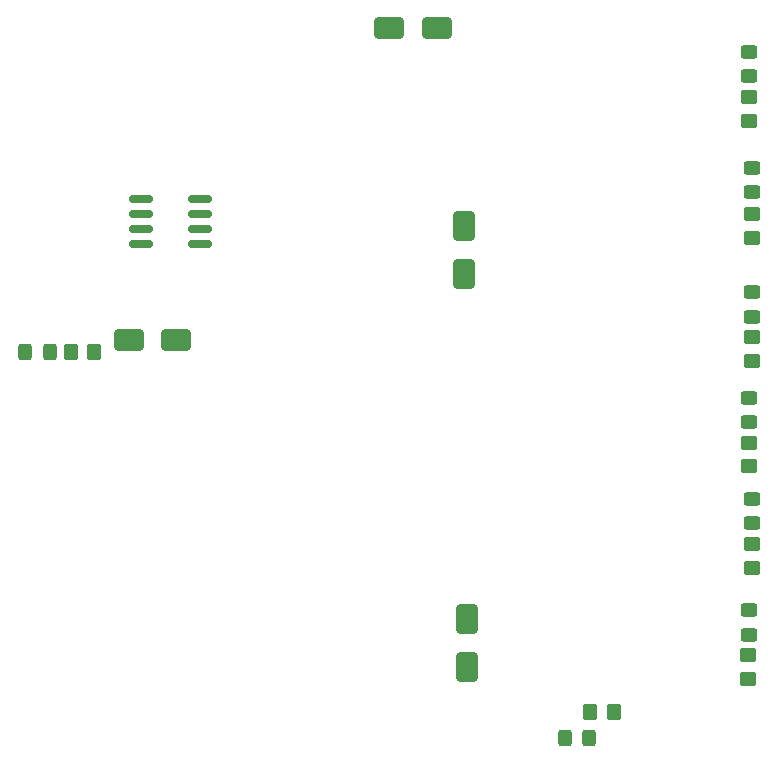
<source format=gbr>
%TF.GenerationSoftware,KiCad,Pcbnew,9.0.2*%
%TF.CreationDate,2025-06-04T00:28:30+07:00*%
%TF.ProjectId,PDM MOTHERBOARD,50444d20-4d4f-4544-9845-52424f415244,rev?*%
%TF.SameCoordinates,Original*%
%TF.FileFunction,Paste,Top*%
%TF.FilePolarity,Positive*%
%FSLAX46Y46*%
G04 Gerber Fmt 4.6, Leading zero omitted, Abs format (unit mm)*
G04 Created by KiCad (PCBNEW 9.0.2) date 2025-06-04 00:28:30*
%MOMM*%
%LPD*%
G01*
G04 APERTURE LIST*
G04 Aperture macros list*
%AMRoundRect*
0 Rectangle with rounded corners*
0 $1 Rounding radius*
0 $2 $3 $4 $5 $6 $7 $8 $9 X,Y pos of 4 corners*
0 Add a 4 corners polygon primitive as box body*
4,1,4,$2,$3,$4,$5,$6,$7,$8,$9,$2,$3,0*
0 Add four circle primitives for the rounded corners*
1,1,$1+$1,$2,$3*
1,1,$1+$1,$4,$5*
1,1,$1+$1,$6,$7*
1,1,$1+$1,$8,$9*
0 Add four rect primitives between the rounded corners*
20,1,$1+$1,$2,$3,$4,$5,0*
20,1,$1+$1,$4,$5,$6,$7,0*
20,1,$1+$1,$6,$7,$8,$9,0*
20,1,$1+$1,$8,$9,$2,$3,0*%
G04 Aperture macros list end*
%ADD10RoundRect,0.250000X0.450000X-0.350000X0.450000X0.350000X-0.450000X0.350000X-0.450000X-0.350000X0*%
%ADD11RoundRect,0.250000X-0.450000X0.325000X-0.450000X-0.325000X0.450000X-0.325000X0.450000X0.325000X0*%
%ADD12RoundRect,0.250000X0.350000X0.450000X-0.350000X0.450000X-0.350000X-0.450000X0.350000X-0.450000X0*%
%ADD13RoundRect,0.150000X0.825000X0.150000X-0.825000X0.150000X-0.825000X-0.150000X0.825000X-0.150000X0*%
%ADD14RoundRect,0.250000X-0.650000X1.000000X-0.650000X-1.000000X0.650000X-1.000000X0.650000X1.000000X0*%
%ADD15RoundRect,0.250000X1.000000X0.650000X-1.000000X0.650000X-1.000000X-0.650000X1.000000X-0.650000X0*%
%ADD16RoundRect,0.250000X-1.000000X-0.650000X1.000000X-0.650000X1.000000X0.650000X-1.000000X0.650000X0*%
%ADD17RoundRect,0.250000X-0.325000X-0.450000X0.325000X-0.450000X0.325000X0.450000X-0.325000X0.450000X0*%
G04 APERTURE END LIST*
D10*
%TO.C,R2*%
X139700000Y-41370000D03*
X139700000Y-39370000D03*
%TD*%
D11*
%TO.C,D7*%
X139700000Y-45974000D03*
X139700000Y-48024000D03*
%TD*%
D10*
%TO.C,R1*%
X139446000Y-31464000D03*
X139446000Y-29464000D03*
%TD*%
D11*
%TO.C,D8*%
X139442076Y-54929963D03*
X139442076Y-56979963D03*
%TD*%
D10*
%TO.C,R5*%
X139700000Y-69310000D03*
X139700000Y-67310000D03*
%TD*%
%TO.C,R4*%
X139446000Y-60706000D03*
X139446000Y-58706000D03*
%TD*%
D11*
%TO.C,D9*%
X139700000Y-63482000D03*
X139700000Y-65532000D03*
%TD*%
D12*
%TO.C,R8*%
X84042000Y-51054000D03*
X82042000Y-51054000D03*
%TD*%
D13*
%TO.C,U1*%
X88025000Y-41912500D03*
X88025000Y-40642500D03*
X88025000Y-39372500D03*
X88025000Y-38102500D03*
X92975000Y-38102500D03*
X92975000Y-41912500D03*
X92975000Y-40642500D03*
X92975000Y-39372500D03*
%TD*%
D11*
%TO.C,D3*%
X139717524Y-35444890D03*
X139717524Y-37494890D03*
%TD*%
D12*
%TO.C,R7*%
X128016000Y-81534000D03*
X126016000Y-81534000D03*
%TD*%
D14*
%TO.C,D4*%
X115570000Y-73660000D03*
X115570000Y-77660000D03*
%TD*%
%TO.C,D5*%
X115316000Y-40386000D03*
X115316000Y-44386000D03*
%TD*%
D15*
%TO.C,D6*%
X113030000Y-23622000D03*
X109030000Y-23622000D03*
%TD*%
D16*
%TO.C,D1*%
X87000000Y-50000000D03*
X91000000Y-50000000D03*
%TD*%
D17*
%TO.C,D11*%
X123921115Y-83659872D03*
X125971115Y-83659872D03*
%TD*%
D11*
%TO.C,D10*%
X139446000Y-72898511D03*
X139446000Y-74948511D03*
%TD*%
D10*
%TO.C,R6*%
X139428881Y-78708000D03*
X139428881Y-76708000D03*
%TD*%
D11*
%TO.C,D2*%
X139446000Y-25622000D03*
X139446000Y-27672000D03*
%TD*%
D10*
%TO.C,R3*%
X139700000Y-51784000D03*
X139700000Y-49784000D03*
%TD*%
D17*
%TO.C,D12*%
X78214000Y-51054000D03*
X80264000Y-51054000D03*
%TD*%
M02*

</source>
